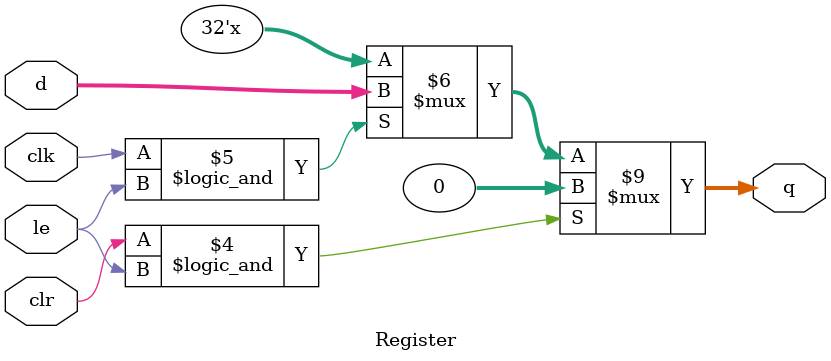
<source format=v>
module Register(
	input [31:0] d, 
	output reg [31:0] q, 
	input clr, 
	input clk, 
	input le);
		// assign
	//Assuming active high & async clear
	always @ (clk or le)
		begin
			if(clr == 1 && le == 1)
				q <= 0;
			else if(clk && le)
				q <= d;
		end
endmodule

</source>
